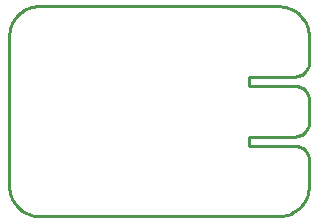
<source format=gbr>
G04 EAGLE Gerber RS-274X export*
G75*
%MOMM*%
%FSLAX34Y34*%
%LPD*%
%IN*%
%IPPOS*%
%AMOC8*
5,1,8,0,0,1.08239X$1,22.5*%
G01*
%ADD10C,0.254000*%


D10*
X0Y25400D02*
X97Y23186D01*
X386Y20989D01*
X865Y18826D01*
X1532Y16713D01*
X2380Y14666D01*
X3403Y12700D01*
X4594Y10831D01*
X5942Y9073D01*
X7440Y7440D01*
X9073Y5942D01*
X10831Y4594D01*
X12700Y3403D01*
X14666Y2380D01*
X16713Y1532D01*
X18826Y865D01*
X20989Y386D01*
X23186Y97D01*
X25400Y0D01*
X227330Y0D01*
X229602Y44D01*
X231861Y285D01*
X234090Y723D01*
X236273Y1353D01*
X238392Y2171D01*
X240433Y3171D01*
X242378Y4344D01*
X244214Y5683D01*
X245926Y7176D01*
X247501Y8814D01*
X248927Y10582D01*
X250194Y12468D01*
X251292Y14457D01*
X252213Y16534D01*
X252949Y18683D01*
X253494Y20889D01*
X253846Y23133D01*
X254000Y25400D01*
X254000Y46990D01*
X253952Y48097D01*
X253807Y49195D01*
X253567Y50277D01*
X253234Y51334D01*
X252810Y52357D01*
X252299Y53340D01*
X251703Y54274D01*
X251029Y55153D01*
X250280Y55970D01*
X249463Y56719D01*
X248584Y57393D01*
X247650Y57989D01*
X246667Y58500D01*
X245644Y58924D01*
X244587Y59257D01*
X243505Y59497D01*
X242407Y59642D01*
X241300Y59690D01*
X203200Y59690D01*
X203200Y67310D01*
X241300Y67310D01*
X242407Y67358D01*
X243505Y67503D01*
X244587Y67743D01*
X245644Y68076D01*
X246667Y68500D01*
X247650Y69011D01*
X248584Y69607D01*
X249463Y70281D01*
X250280Y71030D01*
X251029Y71847D01*
X251703Y72726D01*
X252299Y73660D01*
X252810Y74643D01*
X253234Y75666D01*
X253567Y76723D01*
X253807Y77805D01*
X253952Y78903D01*
X254000Y80010D01*
X254000Y97790D01*
X253952Y98897D01*
X253807Y99995D01*
X253567Y101077D01*
X253234Y102134D01*
X252810Y103157D01*
X252299Y104140D01*
X251703Y105074D01*
X251029Y105953D01*
X250280Y106770D01*
X249463Y107519D01*
X248584Y108193D01*
X247650Y108789D01*
X246667Y109300D01*
X245644Y109724D01*
X244587Y110057D01*
X243505Y110297D01*
X242407Y110442D01*
X241300Y110490D01*
X203200Y110490D01*
X203200Y118110D01*
X241300Y118110D01*
X242407Y118158D01*
X243505Y118303D01*
X244587Y118543D01*
X245644Y118876D01*
X246667Y119300D01*
X247650Y119811D01*
X248584Y120407D01*
X249463Y121081D01*
X250280Y121830D01*
X251029Y122647D01*
X251703Y123526D01*
X252299Y124460D01*
X252810Y125443D01*
X253234Y126466D01*
X253567Y127523D01*
X253807Y128605D01*
X253952Y129703D01*
X254000Y130810D01*
X254000Y152400D01*
X253846Y154667D01*
X253494Y156911D01*
X252949Y159117D01*
X252213Y161266D01*
X251292Y163343D01*
X250194Y165332D01*
X248927Y167218D01*
X247501Y168986D01*
X245926Y170624D01*
X244214Y172117D01*
X242378Y173456D01*
X240433Y174629D01*
X238392Y175629D01*
X236273Y176447D01*
X234090Y177077D01*
X231861Y177515D01*
X229602Y177756D01*
X227330Y177800D01*
X25400Y177800D01*
X23186Y177703D01*
X20989Y177414D01*
X18826Y176935D01*
X16713Y176268D01*
X14666Y175420D01*
X12700Y174397D01*
X10831Y173206D01*
X9073Y171858D01*
X7440Y170361D01*
X5942Y168727D01*
X4594Y166969D01*
X3403Y165100D01*
X2380Y163135D01*
X1532Y161087D01*
X865Y158974D01*
X386Y156811D01*
X97Y154614D01*
X0Y152400D01*
X0Y25400D01*
M02*

</source>
